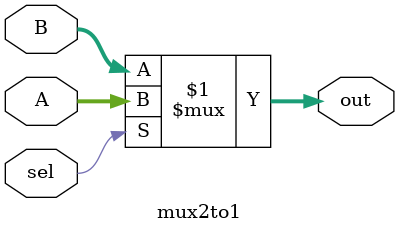
<source format=v>
module top_module(
    input [31:0] a,
    input [31:0] b,
    output [31:0] sum
);
    wire [15:0] rst1, rst2, rst3, rst4;
    wire cout1, cout2, cout3;

    add16 ins1 (a[15:0], b[15:0], 0, rst1, cout1);
    add16 ins2 (a[31:16], b[31:16], 0, rst2, cout2);
    add16 ins3 (a[31:16], b[31:16], 1, rst3, cout3);
    
    mux2to1 ins4 (cout1, rst3, rst2, rst4);
    
    assign sum = {rst4, rst1};

endmodule

module mux2to1(
    input sel, 
    input [15:0] A, 
    input [15:0] B, 
    output [15:0] out
);
	assign out = sel?A:B;
    
endmodule

</source>
